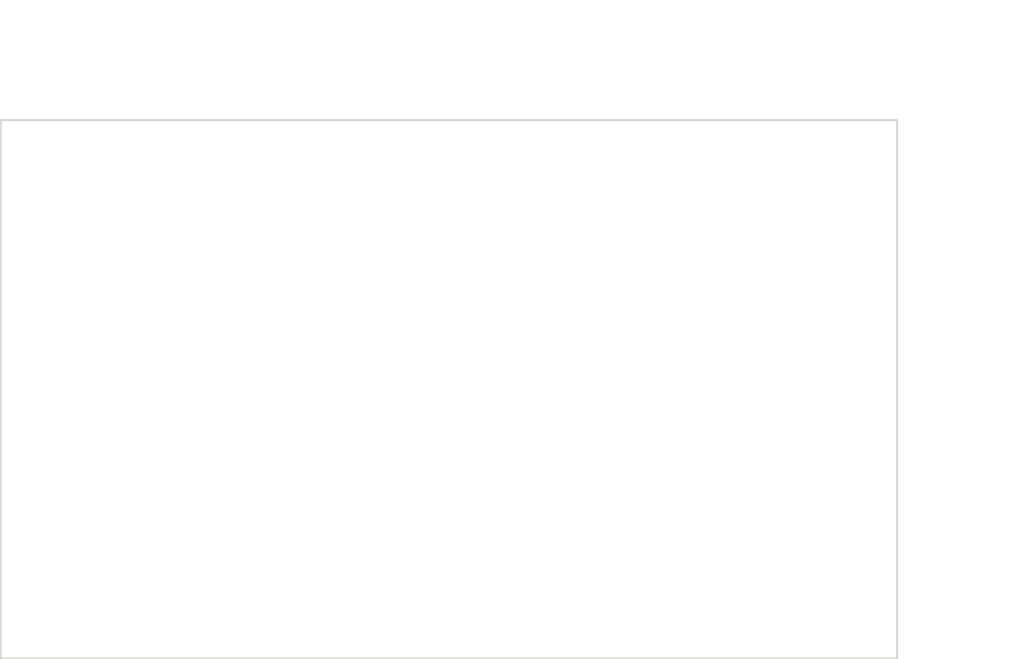
<source format=kicad_pcb>
(kicad_pcb (version 20171130) (host pcbnew "(5.1.0)-1")

  (general
    (thickness 1.6)
    (drawings 16)
    (tracks 0)
    (zones 0)
    (modules 0)
    (nets 1)
  )

  (page A4)
  (layers
    (0 F.Cu signal)
    (31 B.Cu signal)
    (32 B.Adhes user)
    (33 F.Adhes user)
    (34 B.Paste user)
    (35 F.Paste user)
    (36 B.SilkS user)
    (37 F.SilkS user)
    (38 B.Mask user)
    (39 F.Mask user)
    (40 Dwgs.User user)
    (41 Cmts.User user)
    (42 Eco1.User user)
    (43 Eco2.User user)
    (44 Edge.Cuts user)
    (45 Margin user)
    (46 B.CrtYd user)
    (47 F.CrtYd user)
    (48 B.Fab user)
    (49 F.Fab user)
  )

  (setup
    (last_trace_width 0.25)
    (trace_clearance 0.2)
    (zone_clearance 0.508)
    (zone_45_only no)
    (trace_min 0.2)
    (via_size 0.8)
    (via_drill 0.4)
    (via_min_size 0.4)
    (via_min_drill 0.3)
    (uvia_size 0.3)
    (uvia_drill 0.1)
    (uvias_allowed no)
    (uvia_min_size 0.2)
    (uvia_min_drill 0.1)
    (edge_width 0.05)
    (segment_width 0.2)
    (pcb_text_width 0.3)
    (pcb_text_size 1.5 1.5)
    (mod_edge_width 0.12)
    (mod_text_size 1 1)
    (mod_text_width 0.15)
    (pad_size 1.524 1.524)
    (pad_drill 0.762)
    (pad_to_mask_clearance 0.051)
    (solder_mask_min_width 0.25)
    (aux_axis_origin 0 0)
    (visible_elements FFFFFF7F)
    (pcbplotparams
      (layerselection 0x010fc_ffffffff)
      (usegerberextensions false)
      (usegerberattributes false)
      (usegerberadvancedattributes false)
      (creategerberjobfile false)
      (excludeedgelayer true)
      (linewidth 0.152400)
      (plotframeref false)
      (viasonmask false)
      (mode 1)
      (useauxorigin false)
      (hpglpennumber 1)
      (hpglpenspeed 20)
      (hpglpendiameter 15.000000)
      (psnegative false)
      (psa4output false)
      (plotreference true)
      (plotvalue true)
      (plotinvisibletext false)
      (padsonsilk false)
      (subtractmaskfromsilk false)
      (outputformat 1)
      (mirror false)
      (drillshape 1)
      (scaleselection 1)
      (outputdirectory ""))
  )

  (net 0 "")

  (net_class Default "This is the default net class."
    (clearance 0.2)
    (trace_width 0.25)
    (via_dia 0.8)
    (via_drill 0.4)
    (uvia_dia 0.3)
    (uvia_drill 0.1)
  )

  (gr_line (start 92.122617 126.986961) (end 191.122617 126.986961) (layer Edge.Cuts) (width 0.2))
  (gr_line (start 191.122617 126.986961) (end 191.122617 67.486961) (layer Edge.Cuts) (width 0.2))
  (gr_line (start 191.122617 67.486961) (end 92.122617 67.486961) (layer Edge.Cuts) (width 0.2))
  (gr_line (start 92.122617 67.486961) (end 92.122617 126.986961) (layer Edge.Cuts) (width 0.2))
  (gr_text [2.34] (at 201.122617 99.126422) (layer Dwgs.User)
    (effects (font (size 1.7 1.53) (thickness 0.2125)))
  )
  (gr_text " 59.50" (at 201.122617 95.568987) (layer Dwgs.User)
    (effects (font (size 1.7 1.53) (thickness 0.2125)))
  )
  (gr_line (start 201.122617 69.486961) (end 201.122617 93.679525) (layer Dwgs.User) (width 0.2))
  (gr_line (start 201.122617 124.986961) (end 201.122617 100.794396) (layer Dwgs.User) (width 0.2))
  (gr_line (start 192.122617 67.486961) (end 204.297617 67.486961) (layer Dwgs.User) (width 0.2))
  (gr_line (start 192.122617 126.986961) (end 204.297617 126.986961) (layer Dwgs.User) (width 0.2))
  (gr_text [3.90] (at 151.622617 59.376422) (layer Dwgs.User)
    (effects (font (size 1.7 1.53) (thickness 0.2125)))
  )
  (gr_text " 99.00" (at 151.622617 55.818987) (layer Dwgs.User)
    (effects (font (size 1.7 1.53) (thickness 0.2125)))
  )
  (gr_line (start 94.122617 57.486961) (end 147.578006 57.486961) (layer Dwgs.User) (width 0.2))
  (gr_line (start 189.122617 57.486961) (end 155.667229 57.486961) (layer Dwgs.User) (width 0.2))
  (gr_line (start 92.122617 66.486961) (end 92.122617 54.311961) (layer Dwgs.User) (width 0.2))
  (gr_line (start 191.122617 66.486961) (end 191.122617 54.311961) (layer Dwgs.User) (width 0.2))

)

</source>
